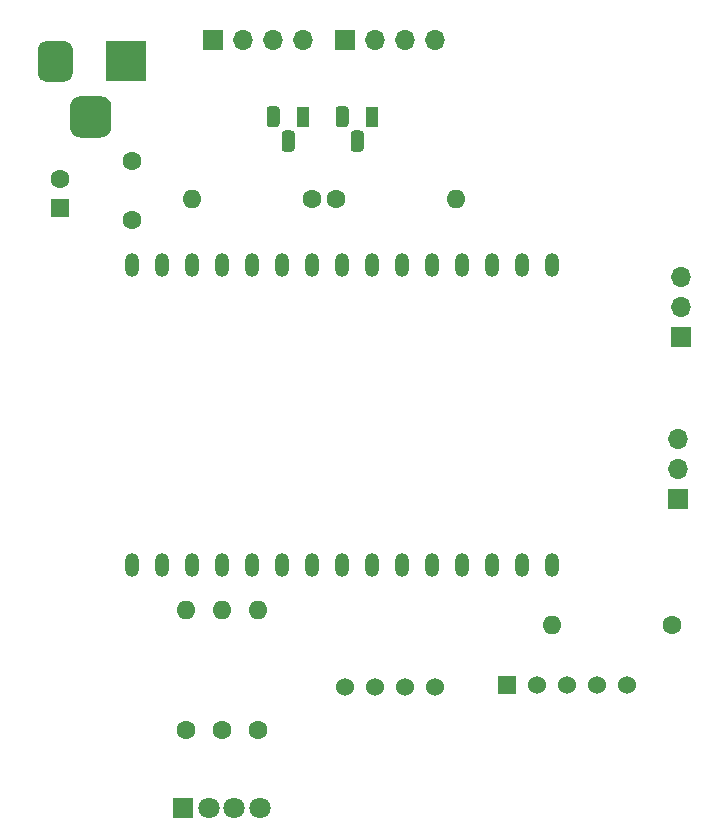
<source format=gbr>
%TF.GenerationSoftware,KiCad,Pcbnew,(5.1.9)-1*%
%TF.CreationDate,2021-07-15T08:49:35+03:00*%
%TF.ProjectId,SmartAirExchanger,536d6172-7441-4697-9245-786368616e67,rev?*%
%TF.SameCoordinates,PX6d01460PY68290a0*%
%TF.FileFunction,Soldermask,Bot*%
%TF.FilePolarity,Negative*%
%FSLAX46Y46*%
G04 Gerber Fmt 4.6, Leading zero omitted, Abs format (unit mm)*
G04 Created by KiCad (PCBNEW (5.1.9)-1) date 2021-07-15 08:49:35*
%MOMM*%
%LPD*%
G01*
G04 APERTURE LIST*
%ADD10C,1.524000*%
%ADD11C,1.600000*%
%ADD12R,1.600000X1.600000*%
%ADD13R,3.500000X3.500000*%
%ADD14O,1.700000X1.700000*%
%ADD15R,1.700000X1.700000*%
%ADD16R,1.100000X1.800000*%
%ADD17O,1.600000X1.600000*%
%ADD18O,1.200000X2.000000*%
%ADD19R,1.524000X1.524000*%
%ADD20R,1.800000X1.800000*%
%ADD21C,1.800000*%
G04 APERTURE END LIST*
D10*
%TO.C,J2*%
X33528000Y17152000D03*
X36068000Y17152000D03*
X38608000Y17152000D03*
X41148000Y17152000D03*
%TD*%
D11*
%TO.C,C1*%
X15494000Y56642000D03*
X15494000Y61642000D03*
%TD*%
D12*
%TO.C,C2*%
X9398000Y57658000D03*
D11*
X9398000Y60158000D03*
%TD*%
D13*
%TO.C,J1*%
X14986000Y70104000D03*
G36*
G01*
X7486000Y69104000D02*
X7486000Y71104000D01*
G75*
G02*
X8236000Y71854000I750000J0D01*
G01*
X9736000Y71854000D01*
G75*
G02*
X10486000Y71104000I0J-750000D01*
G01*
X10486000Y69104000D01*
G75*
G02*
X9736000Y68354000I-750000J0D01*
G01*
X8236000Y68354000D01*
G75*
G02*
X7486000Y69104000I0J750000D01*
G01*
G37*
G36*
G01*
X10236000Y64529000D02*
X10236000Y66279000D01*
G75*
G02*
X11111000Y67154000I875000J0D01*
G01*
X12861000Y67154000D01*
G75*
G02*
X13736000Y66279000I0J-875000D01*
G01*
X13736000Y64529000D01*
G75*
G02*
X12861000Y63654000I-875000J0D01*
G01*
X11111000Y63654000D01*
G75*
G02*
X10236000Y64529000I0J875000D01*
G01*
G37*
%TD*%
D14*
%TO.C,J3*%
X61976000Y51816000D03*
X61976000Y49276000D03*
D15*
X61976000Y46736000D03*
%TD*%
%TO.C,J4*%
X61722000Y33020000D03*
D14*
X61722000Y35560000D03*
X61722000Y38100000D03*
%TD*%
%TO.C,Q1*%
G36*
G01*
X29252000Y63979000D02*
X29252000Y62729000D01*
G75*
G02*
X28977000Y62454000I-275000J0D01*
G01*
X28427000Y62454000D01*
G75*
G02*
X28152000Y62729000I0J275000D01*
G01*
X28152000Y63979000D01*
G75*
G02*
X28427000Y64254000I275000J0D01*
G01*
X28977000Y64254000D01*
G75*
G02*
X29252000Y63979000I0J-275000D01*
G01*
G37*
G36*
G01*
X27982000Y66049000D02*
X27982000Y64799000D01*
G75*
G02*
X27707000Y64524000I-275000J0D01*
G01*
X27157000Y64524000D01*
G75*
G02*
X26882000Y64799000I0J275000D01*
G01*
X26882000Y66049000D01*
G75*
G02*
X27157000Y66324000I275000J0D01*
G01*
X27707000Y66324000D01*
G75*
G02*
X27982000Y66049000I0J-275000D01*
G01*
G37*
D16*
X29972000Y65424000D03*
%TD*%
%TO.C,Q2*%
X35814000Y65424000D03*
G36*
G01*
X33824000Y66049000D02*
X33824000Y64799000D01*
G75*
G02*
X33549000Y64524000I-275000J0D01*
G01*
X32999000Y64524000D01*
G75*
G02*
X32724000Y64799000I0J275000D01*
G01*
X32724000Y66049000D01*
G75*
G02*
X32999000Y66324000I275000J0D01*
G01*
X33549000Y66324000D01*
G75*
G02*
X33824000Y66049000I0J-275000D01*
G01*
G37*
G36*
G01*
X35094000Y63979000D02*
X35094000Y62729000D01*
G75*
G02*
X34819000Y62454000I-275000J0D01*
G01*
X34269000Y62454000D01*
G75*
G02*
X33994000Y62729000I0J275000D01*
G01*
X33994000Y63979000D01*
G75*
G02*
X34269000Y64254000I275000J0D01*
G01*
X34819000Y64254000D01*
G75*
G02*
X35094000Y63979000I0J-275000D01*
G01*
G37*
%TD*%
D11*
%TO.C,R1*%
X30734000Y58420000D03*
D17*
X20574000Y58420000D03*
%TD*%
%TO.C,R2*%
X42926000Y58420000D03*
D11*
X32766000Y58420000D03*
%TD*%
%TO.C,R3*%
X61214000Y22352000D03*
D17*
X51054000Y22352000D03*
%TD*%
%TO.C,R4*%
X20066000Y23622000D03*
D11*
X20066000Y13462000D03*
%TD*%
%TO.C,R5*%
X23114000Y13462000D03*
D17*
X23114000Y23622000D03*
%TD*%
%TO.C,R6*%
X26162000Y23622000D03*
D11*
X26162000Y13462000D03*
%TD*%
D18*
%TO.C,U1*%
X25654000Y27432000D03*
X51054000Y27432000D03*
X51054000Y52832000D03*
X40894000Y27432000D03*
X23114000Y27432000D03*
X23114000Y52832000D03*
X20574000Y27432000D03*
X18034000Y52832000D03*
X30734000Y52832000D03*
X43434000Y52832000D03*
X28194000Y27432000D03*
X43434000Y27432000D03*
X18034000Y27432000D03*
X40894000Y52832000D03*
X35814000Y27432000D03*
X38354000Y52832000D03*
X38354000Y27432000D03*
X30734000Y27432000D03*
X48514000Y52832000D03*
X35814000Y52832000D03*
X45974000Y52832000D03*
X15494000Y52832000D03*
X33274000Y27432000D03*
X28194000Y52832000D03*
X45974000Y27432000D03*
X33274000Y52832000D03*
X48514000Y27432000D03*
X25654000Y52832000D03*
X20574000Y52832000D03*
X15494000Y27432000D03*
%TD*%
D14*
%TO.C,J6*%
X29972000Y71882000D03*
X27432000Y71882000D03*
X24892000Y71882000D03*
D15*
X22352000Y71882000D03*
%TD*%
%TO.C,J7*%
X33528000Y71882000D03*
D14*
X36068000Y71882000D03*
X38608000Y71882000D03*
X41148000Y71882000D03*
%TD*%
D19*
%TO.C,J5*%
X47244000Y17272000D03*
D10*
X49784000Y17272000D03*
X52324000Y17272000D03*
X54864000Y17272000D03*
X57404000Y17272000D03*
%TD*%
D20*
%TO.C,D1*%
X19812000Y6858000D03*
D21*
X21971000Y6858000D03*
X24130000Y6858000D03*
X26289000Y6858000D03*
%TD*%
M02*

</source>
